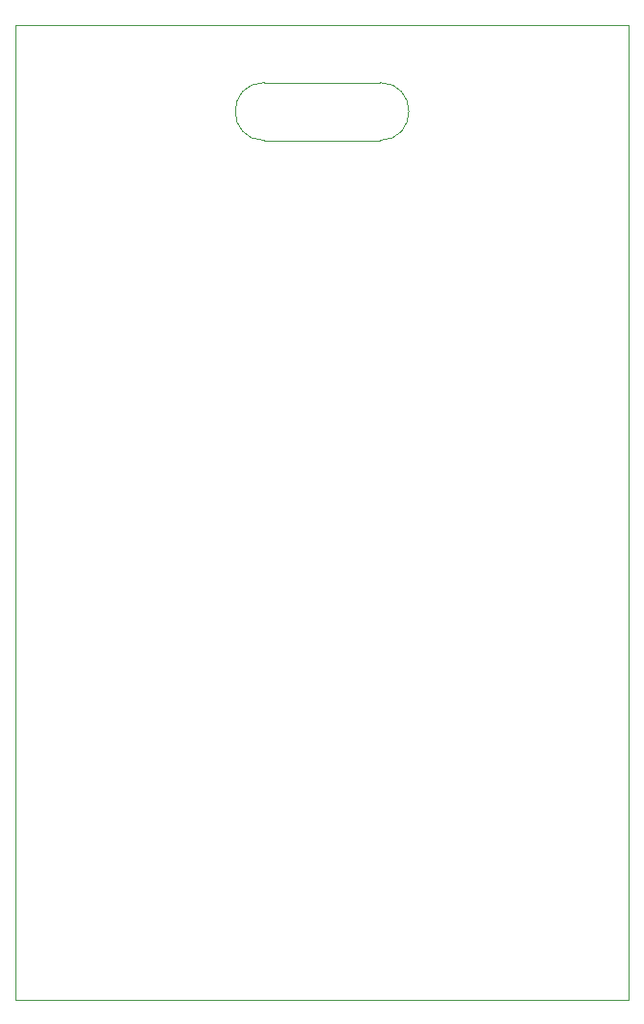
<source format=gm1>
G04 #@! TF.GenerationSoftware,KiCad,Pcbnew,5.1.0-060a0da~80~ubuntu16.04.1*
G04 #@! TF.CreationDate,2019-04-04T16:50:20+05:30*
G04 #@! TF.ProjectId,555_Badge,3535355f-4261-4646-9765-2e6b69636164,v01*
G04 #@! TF.SameCoordinates,Original*
G04 #@! TF.FileFunction,Profile,NP*
%FSLAX46Y46*%
G04 Gerber Fmt 4.6, Leading zero omitted, Abs format (unit mm)*
G04 Created by KiCad (PCBNEW 5.1.0-060a0da~80~ubuntu16.04.1) date 2019-04-04 16:50:20*
%MOMM*%
%LPD*%
G04 APERTURE LIST*
%ADD10C,0.025400*%
G04 APERTURE END LIST*
D10*
X148844000Y-51562000D02*
G75*
G02X148844000Y-46482000I0J2540000D01*
G01*
X159004000Y-51562000D02*
G75*
G03X159004000Y-46482000I0J2540000D01*
G01*
X148844000Y-51562000D02*
X159004000Y-51562000D01*
X148844000Y-46482000D02*
X159004000Y-46482000D01*
X127000000Y-41402000D02*
X127000000Y-127000000D01*
X180848000Y-41402000D02*
X127000000Y-41402000D01*
X180848000Y-127000000D02*
X180848000Y-41402000D01*
X127000000Y-127000000D02*
X180848000Y-127000000D01*
M02*

</source>
